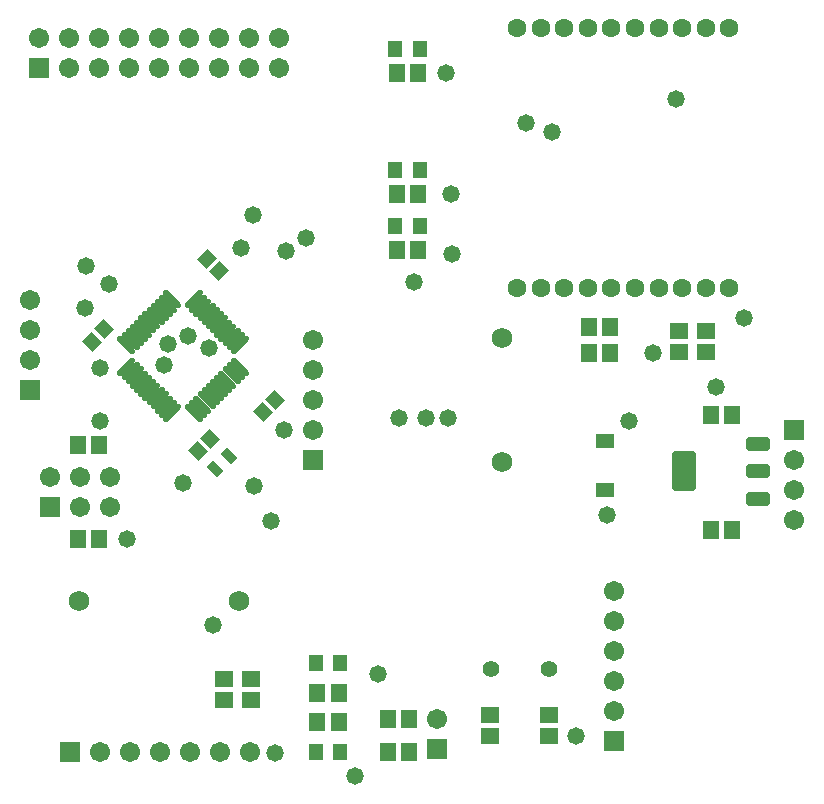
<source format=gts>
G04*
G04 #@! TF.GenerationSoftware,Altium Limited,Altium Designer,19.1.8 (144)*
G04*
G04 Layer_Color=8388736*
%FSLAX44Y44*%
%MOMM*%
G71*
G01*
G75*
G04:AMPARAMS|DCode=26|XSize=0.5032mm|YSize=2.0032mm|CornerRadius=0mm|HoleSize=0mm|Usage=FLASHONLY|Rotation=135.000|XOffset=0mm|YOffset=0mm|HoleType=Round|Shape=Round|*
%AMOVALD26*
21,1,1.5000,0.5032,0.0000,0.0000,225.0*
1,1,0.5032,0.5303,0.5303*
1,1,0.5032,-0.5303,-0.5303*
%
%ADD26OVALD26*%

G04:AMPARAMS|DCode=27|XSize=0.5032mm|YSize=2.0032mm|CornerRadius=0mm|HoleSize=0mm|Usage=FLASHONLY|Rotation=225.000|XOffset=0mm|YOffset=0mm|HoleType=Round|Shape=Round|*
%AMOVALD27*
21,1,1.5000,0.5032,0.0000,0.0000,315.0*
1,1,0.5032,-0.5303,0.5303*
1,1,0.5032,0.5303,-0.5303*
%
%ADD27OVALD27*%

%ADD28R,1.4032X1.6032*%
%ADD29R,1.6032X1.4032*%
%ADD30R,1.6032X1.1532*%
G04:AMPARAMS|DCode=31|XSize=1.2532mm|YSize=1.1532mm|CornerRadius=0mm|HoleSize=0mm|Usage=FLASHONLY|Rotation=135.000|XOffset=0mm|YOffset=0mm|HoleType=Round|Shape=Rectangle|*
%AMROTATEDRECTD31*
4,1,4,0.8508,-0.0354,0.0354,-0.8508,-0.8508,0.0354,-0.0354,0.8508,0.8508,-0.0354,0.0*
%
%ADD31ROTATEDRECTD31*%

G04:AMPARAMS|DCode=32|XSize=1.2532mm|YSize=0.7532mm|CornerRadius=0mm|HoleSize=0mm|Usage=FLASHONLY|Rotation=135.000|XOffset=0mm|YOffset=0mm|HoleType=Round|Shape=Rectangle|*
%AMROTATEDRECTD32*
4,1,4,0.7094,-0.1768,0.1768,-0.7094,-0.7094,0.1768,-0.1768,0.7094,0.7094,-0.1768,0.0*
%
%ADD32ROTATEDRECTD32*%

G04:AMPARAMS|DCode=33|XSize=1.2532mm|YSize=1.1532mm|CornerRadius=0mm|HoleSize=0mm|Usage=FLASHONLY|Rotation=45.000|XOffset=0mm|YOffset=0mm|HoleType=Round|Shape=Rectangle|*
%AMROTATEDRECTD33*
4,1,4,-0.0354,-0.8508,-0.8508,-0.0354,0.0354,0.8508,0.8508,0.0354,-0.0354,-0.8508,0.0*
%
%ADD33ROTATEDRECTD33*%

G04:AMPARAMS|DCode=34|XSize=1.1032mm|YSize=1.9532mm|CornerRadius=0.1511mm|HoleSize=0mm|Usage=FLASHONLY|Rotation=270.000|XOffset=0mm|YOffset=0mm|HoleType=Round|Shape=RoundedRectangle|*
%AMROUNDEDRECTD34*
21,1,1.1032,1.6510,0,0,270.0*
21,1,0.8010,1.9532,0,0,270.0*
1,1,0.3022,-0.8255,-0.4005*
1,1,0.3022,-0.8255,0.4005*
1,1,0.3022,0.8255,0.4005*
1,1,0.3022,0.8255,-0.4005*
%
%ADD34ROUNDEDRECTD34*%
G04:AMPARAMS|DCode=35|XSize=3.4032mm|YSize=1.9532mm|CornerRadius=0.1541mm|HoleSize=0mm|Usage=FLASHONLY|Rotation=270.000|XOffset=0mm|YOffset=0mm|HoleType=Round|Shape=RoundedRectangle|*
%AMROUNDEDRECTD35*
21,1,3.4032,1.6450,0,0,270.0*
21,1,3.0950,1.9532,0,0,270.0*
1,1,0.3082,-0.8225,-1.5475*
1,1,0.3082,-0.8225,1.5475*
1,1,0.3082,0.8225,1.5475*
1,1,0.3082,0.8225,-1.5475*
%
%ADD35ROUNDEDRECTD35*%
%ADD36R,1.3032X1.4032*%
%ADD37C,1.6032*%
%ADD38R,1.7032X1.7032*%
%ADD39C,1.7032*%
%ADD40R,1.7032X1.7032*%
%ADD41C,1.4032*%
%ADD42C,1.7272*%
%ADD43C,1.4732*%
D26*
X148307Y324417D02*
D03*
X144772Y327952D02*
D03*
X141236Y331488D02*
D03*
X137701Y335023D02*
D03*
X134165Y338559D02*
D03*
X130630Y342095D02*
D03*
X127094Y345630D02*
D03*
X123559Y349165D02*
D03*
X120023Y352701D02*
D03*
X116488Y356237D02*
D03*
X112952Y359772D02*
D03*
X109416Y363308D02*
D03*
X166692Y420583D02*
D03*
X170227Y417048D02*
D03*
X173763Y413512D02*
D03*
X177299Y409977D02*
D03*
X180835Y406441D02*
D03*
X184370Y402906D02*
D03*
X187905Y399370D02*
D03*
X191441Y395835D02*
D03*
X194977Y392299D02*
D03*
X198512Y388764D02*
D03*
X202048Y385228D02*
D03*
X205583Y381693D02*
D03*
D27*
X109416D02*
D03*
X112952Y385228D02*
D03*
X116488Y388764D02*
D03*
X120023Y392299D02*
D03*
X123559Y395835D02*
D03*
X127094Y399370D02*
D03*
X130630Y402906D02*
D03*
X134165Y406441D02*
D03*
X137701Y409977D02*
D03*
X141236Y413512D02*
D03*
X144772Y417048D02*
D03*
X148307Y420583D02*
D03*
X205583Y363308D02*
D03*
X202048Y359772D02*
D03*
X198512Y356237D02*
D03*
X194976Y352701D02*
D03*
X191441Y349166D02*
D03*
X187905Y345630D02*
D03*
X184370Y342095D02*
D03*
X180834Y338559D02*
D03*
X177299Y335023D02*
D03*
X173763Y331488D02*
D03*
X170227Y327952D02*
D03*
X166692Y324417D02*
D03*
D28*
X86500Y297500D02*
D03*
X68500D02*
D03*
X68500Y217500D02*
D03*
X86500D02*
D03*
X501000Y375000D02*
D03*
X519000D02*
D03*
X501000Y397500D02*
D03*
X519000D02*
D03*
X331000Y37500D02*
D03*
X349000D02*
D03*
X331000Y65000D02*
D03*
X349000D02*
D03*
X622030Y225000D02*
D03*
X604030D02*
D03*
X289000Y62500D02*
D03*
X271000D02*
D03*
X289000Y87500D02*
D03*
X271000D02*
D03*
X338500Y462500D02*
D03*
X356500D02*
D03*
X338500Y510000D02*
D03*
X356500D02*
D03*
X338500Y612500D02*
D03*
X356500D02*
D03*
X622030Y322500D02*
D03*
X604030D02*
D03*
D29*
X600000Y394000D02*
D03*
Y376000D02*
D03*
X577500D02*
D03*
Y394000D02*
D03*
X417500Y69000D02*
D03*
Y51000D02*
D03*
X467500Y69000D02*
D03*
Y51000D02*
D03*
X214600Y81000D02*
D03*
Y99000D02*
D03*
X192100Y81000D02*
D03*
Y99000D02*
D03*
D30*
X515000Y259250D02*
D03*
Y300750D02*
D03*
D31*
X90126Y395126D02*
D03*
X79873Y384874D02*
D03*
X224873Y324874D02*
D03*
X235126Y335127D02*
D03*
X169874Y292374D02*
D03*
X180127Y302626D02*
D03*
D32*
X195833Y288334D02*
D03*
X184166Y276666D02*
D03*
D33*
X187627Y444874D02*
D03*
X177374Y455127D02*
D03*
D34*
X644280Y252000D02*
D03*
Y275000D02*
D03*
Y298000D02*
D03*
D35*
X581780Y275000D02*
D03*
D36*
X269500Y112500D02*
D03*
X290500D02*
D03*
X269500Y37500D02*
D03*
X290500D02*
D03*
X358000Y632500D02*
D03*
X337000D02*
D03*
X358000Y530000D02*
D03*
X337000D02*
D03*
X358000Y482500D02*
D03*
X337000D02*
D03*
D37*
X620000Y650000D02*
D03*
X600000D02*
D03*
X580000D02*
D03*
X560000D02*
D03*
X540000D02*
D03*
X520000D02*
D03*
X500000D02*
D03*
X480000D02*
D03*
X460000D02*
D03*
X440000D02*
D03*
Y430000D02*
D03*
X460000D02*
D03*
X480000D02*
D03*
X500000D02*
D03*
X520000D02*
D03*
X540000D02*
D03*
X560000D02*
D03*
X580000D02*
D03*
X600000D02*
D03*
X620000D02*
D03*
D38*
X35234Y616402D02*
D03*
X61300Y37500D02*
D03*
X44600Y244600D02*
D03*
D39*
X238434Y641802D02*
D03*
Y616402D02*
D03*
X213034Y641802D02*
D03*
Y616402D02*
D03*
X187634Y641802D02*
D03*
Y616402D02*
D03*
X162234Y641802D02*
D03*
Y616402D02*
D03*
X136834Y641802D02*
D03*
Y616402D02*
D03*
X111434Y641802D02*
D03*
Y616402D02*
D03*
X86034Y641802D02*
D03*
Y616402D02*
D03*
X60634Y641802D02*
D03*
Y616402D02*
D03*
X35234Y641802D02*
D03*
X27500Y420400D02*
D03*
Y395000D02*
D03*
Y369600D02*
D03*
X213700Y37500D02*
D03*
X188300D02*
D03*
X162900D02*
D03*
X137500D02*
D03*
X86700D02*
D03*
X112100D02*
D03*
X372500Y65400D02*
D03*
X44600Y270000D02*
D03*
X70000Y244600D02*
D03*
Y270000D02*
D03*
X95400Y244600D02*
D03*
Y270000D02*
D03*
X267500Y309600D02*
D03*
Y335000D02*
D03*
Y360400D02*
D03*
Y385800D02*
D03*
X675000Y234200D02*
D03*
Y259600D02*
D03*
Y285000D02*
D03*
X522500Y72100D02*
D03*
Y97500D02*
D03*
Y122900D02*
D03*
Y148300D02*
D03*
Y173700D02*
D03*
D40*
X27500Y344200D02*
D03*
X372500Y40000D02*
D03*
X267500Y284200D02*
D03*
X675000Y310400D02*
D03*
X522500Y46700D02*
D03*
D41*
X466899Y107500D02*
D03*
X418100D02*
D03*
D42*
X204600Y165000D02*
D03*
X69600D02*
D03*
X427500Y387500D02*
D03*
Y282500D02*
D03*
D43*
X381709Y320585D02*
D03*
X362634Y320016D02*
D03*
X608284Y346801D02*
D03*
X322646Y103553D02*
D03*
X302539Y16938D02*
D03*
X234835Y36500D02*
D03*
X182905Y144961D02*
D03*
X489983Y51244D02*
D03*
X74664Y412998D02*
D03*
X95008Y433703D02*
D03*
X75204Y449007D02*
D03*
X231475Y233030D02*
D03*
X217194Y262545D02*
D03*
X206562Y463912D02*
D03*
X216718Y491999D02*
D03*
X515950Y237782D02*
D03*
X380389Y612523D02*
D03*
X384413Y509658D02*
D03*
X384916Y459105D02*
D03*
X141565Y365318D02*
D03*
X145000Y382499D02*
D03*
X161510Y389987D02*
D03*
X87053Y318041D02*
D03*
X87011Y362364D02*
D03*
X179137Y379665D02*
D03*
X244124Y461293D02*
D03*
X261312Y472518D02*
D03*
X632500Y405000D02*
D03*
X555000Y375000D02*
D03*
X575000Y590000D02*
D03*
X535000Y317500D02*
D03*
X242500Y310000D02*
D03*
X157500Y265000D02*
D03*
X110000Y217500D02*
D03*
X447500Y570000D02*
D03*
X470000Y562500D02*
D03*
X339999Y319999D02*
D03*
X352500Y435000D02*
D03*
M02*

</source>
